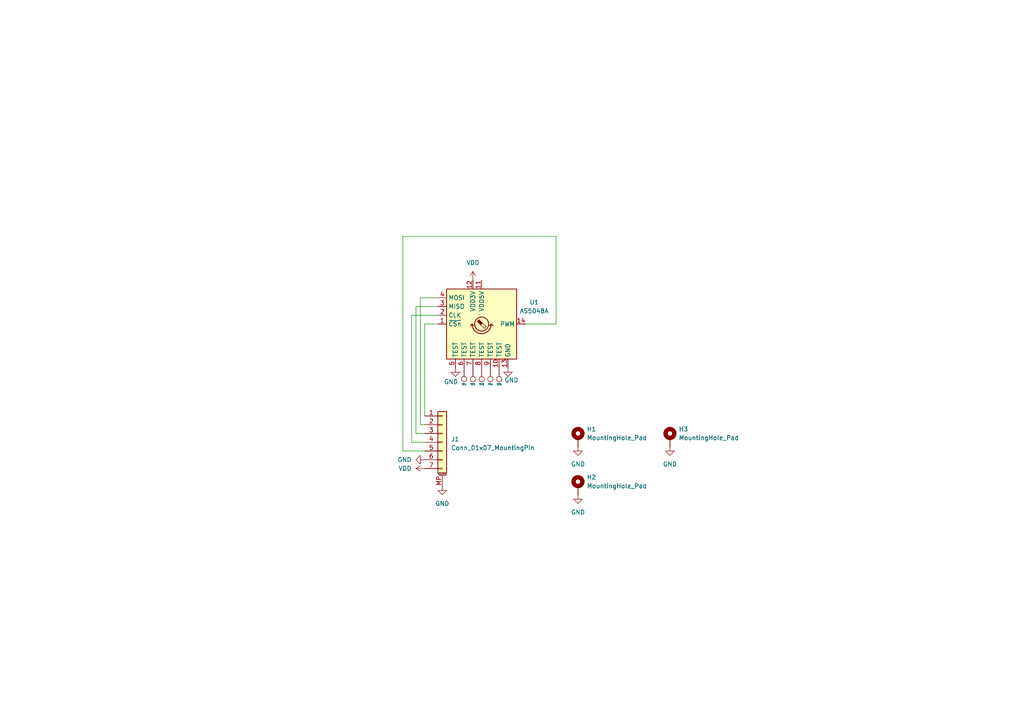
<source format=kicad_sch>
(kicad_sch (version 20231120) (generator "eeschema") (generator_version "8.0")
  (paper "A4")
  (lib_symbols
    (symbol "Connector:TestPoint" (pin_numbers hide) (pin_names (offset 0.762) hide)
      (property "Reference" "TP" (at 0 6.858 0))
      (property "Value" "TestPoint" (at 0 5.08 0))
      (symbol "TestPoint_0_1"
        (circle (center 0 3.302) (radius 0.762))
      )
      (symbol "TestPoint_1_1"
        (pin passive line (at 0 0 90) (length 2.54) (name "1") (number "1"))
      )
    )
    (symbol "Connector_Generic_MountingPin:Conn_01x07_MountingPin" (pin_names (offset 1.016) hide)
      (property "Reference" "J" (at 0 10.16 0))
      (property "Value" "Conn_01x07_MountingPin" (at 1.27 -10.16 0))
      (symbol "Conn_01x07_MountingPin_1_1"
        (rectangle (start -1.27 -7.493) (end 0 -7.747) (stroke (width 0.1524)))
        (rectangle (start -1.27 -4.953) (end 0 -5.207) (stroke (width 0.1524)))
        (rectangle (start -1.27 -2.413) (end 0 -2.667) (stroke (width 0.1524)))
        (rectangle (start -1.27 0.127) (end 0 -0.127) (stroke (width 0.1524)))
        (rectangle (start -1.27 2.667) (end 0 2.413) (stroke (width 0.1524)))
        (rectangle (start -1.27 5.207) (end 0 4.953) (stroke (width 0.1524)))
        (rectangle (start -1.27 7.747) (end 0 7.493) (stroke (width 0.1524)))
        (rectangle (start -1.27 8.89) (end 1.27 -8.89) (stroke (width 0.254)) (fill (type background)))
        (polyline (pts (xy -1.016 -9.652) (xy 1.016 -9.652)) (stroke (width 0.1524)))
        (text "Mounting" (at 0 -9.271 0) (effects (font (size 0.381 0.381))))
        (pin passive line (at -5.08 7.62 0) (length 3.81) (name "Pin_1") (number "1"))
        (pin passive line (at -5.08 5.08 0) (length 3.81) (name "Pin_2") (number "2"))
        (pin passive line (at -5.08 2.54 0) (length 3.81) (name "Pin_3") (number "3"))
        (pin passive line (at -5.08 0 0) (length 3.81) (name "Pin_4") (number "4"))
        (pin passive line (at -5.08 -2.54 0) (length 3.81) (name "Pin_5") (number "5"))
        (pin passive line (at -5.08 -5.08 0) (length 3.81) (name "Pin_6") (number "6"))
        (pin passive line (at -5.08 -7.62 0) (length 3.81) (name "Pin_7") (number "7"))
        (pin passive line (at 0 -12.7 90) (length 3.048) (name "MountPin") (number "MP"))
      )
    )
    (symbol "Mechanical:MountingHole_Pad" (pin_numbers hide) (pin_names (offset 1.016) hide) (exclude_from_sim yes) (in_bom no)
      (property "Reference" "H" (at 0 6.35 0))
      (property "Value" "MountingHole_Pad" (at 0 4.445 0))
      (symbol "MountingHole_Pad_0_1"
        (circle (center 0 1.27) (radius 1.27) (stroke (width 1.27)))
      )
      (symbol "MountingHole_Pad_1_1"
        (pin input line (at 0 -2.54 90) (length 2.54) (name "1") (number "1"))
      )
    )
    (symbol "Sensor_Magnetic:AS5048A"
      (property "Reference" "U" (at -10.16 11.43 0))
      (property "Value" "AS5048A" (at 10.16 11.43 0))
      (symbol "AS5048A_0_1"
        (rectangle (start -10.16 10.16) (end 10.16 -10.16) (stroke (width 0.254)) (fill (type background)))
        (arc (start -2.794 0) (mid 0 -2.7819) (end 2.794 0) (stroke (width 0.254)))
        (polyline (pts (xy -2.794 0) (xy -3.302 -0.508)) (stroke (width 0.254)))
        (polyline (pts (xy -2.794 0) (xy -2.286 -0.508)) (stroke (width 0.254)))
        (polyline (pts (xy 2.794 0) (xy 2.286 -0.508)) (stroke (width 0.254)))
        (polyline (pts (xy 2.794 0) (xy 3.302 -0.508)) (stroke (width 0.254)))
      )
      (symbol "AS5048A_1_1"
        (polyline (pts (xy 0.254 0.254) (xy 1.27 -0.762) (xy 0.762 -1.27) (xy -0.254 -0.254)))
        (polyline (pts (xy -0.762 1.27) (xy 0.254 0.254) (xy -0.254 -0.254) (xy -1.27 0.762) (xy -1.016 1.016) (xy -0.762 1.27) (xy -0.635 1.143)) (fill (type outline)))
        (circle (center 0 0) (radius 2.032) (stroke (width 0.254)))
        (pin input line (at -12.7 0 0) (length 2.54) (name "~{CSn}") (number "1"))
        (pin passive line (at 5.08 -12.7 90) (length 2.54) (name "TEST") (number "10"))
        (pin power_in line (at 0 12.7 270) (length 2.54) (name "VDD5V") (number "11"))
        (pin power_in line (at -2.54 12.7 270) (length 2.54) (name "VDD3V") (number "12"))
        (pin power_in line (at 7.62 -12.7 90) (length 2.54) (name "GND") (number "13"))
        (pin output line (at 12.7 0 180) (length 2.54) (name "PWM") (number "14"))
        (pin input line (at -12.7 2.54 0) (length 2.54) (name "CLK") (number "2"))
        (pin output line (at -12.7 5.08 0) (length 2.54) (name "MISO") (number "3"))
        (pin input line (at -12.7 7.62 0) (length 2.54) (name "MOSI") (number "4"))
        (pin passive line (at -7.62 -12.7 90) (length 2.54) (name "TEST") (number "5"))
        (pin passive line (at -5.08 -12.7 90) (length 2.54) (name "TEST") (number "6"))
        (pin passive line (at -2.54 -12.7 90) (length 2.54) (name "TEST") (number "7"))
        (pin passive line (at 0 -12.7 90) (length 2.54) (name "TEST") (number "8"))
        (pin passive line (at 2.54 -12.7 90) (length 2.54) (name "TEST") (number "9"))
      )
    )
    (symbol "power:GND" (power) (pin_numbers hide) (pin_names (offset 0) hide)
      (property "Value" "GND" (at 0 -3.81 0))
      (symbol "GND_0_1"
        (polyline (pts (xy 0 0) (xy 0 -1.27) (xy 1.27 -1.27) (xy 0 -2.54) (xy -1.27 -1.27) (xy 0 -1.27)))
      )
      (symbol "GND_1_1"
        (pin power_in line (at 0 0 270) (length 0) (name "~") (number "1"))
      )
    )
    (symbol "power:VDD" (power) (pin_numbers hide) (pin_names (offset 0) hide)
      (property "Value" "VDD" (at 0 3.556 0))
      (symbol "VDD_0_1"
        (polyline (pts (xy -0.762 1.27) (xy 0 2.54)))
        (polyline (pts (xy 0 0) (xy 0 2.54)))
        (polyline (pts (xy 0 2.54) (xy 0.762 1.27)))
      )
      (symbol "VDD_1_1"
        (pin power_in line (at 0 0 90) (length 0) (name "~") (number "1"))
      )
    )
  )
  (wire (pts (xy 121.92 86.36) (xy 121.92 123.19)))
  (wire (pts (xy 121.92 123.19) (xy 123.19 123.19)))
  (wire (pts (xy 161.29 68.58) (xy 161.29 93.98)))
  (wire (pts (xy 127 88.9) (xy 120.65 88.9)))
  (wire (pts (xy 161.29 93.98) (xy 152.4 93.98)))
  (wire (pts (xy 116.84 68.58) (xy 161.29 68.58)))
  (wire (pts (xy 123.19 130.81) (xy 116.84 130.81)))
  (wire (pts (xy 120.65 88.9) (xy 120.65 125.73)))
  (wire (pts (xy 116.84 130.81) (xy 116.84 68.58)))
  (wire (pts (xy 123.19 93.98) (xy 123.19 120.65)))
  (wire (pts (xy 127 86.36) (xy 121.92 86.36)))
  (wire (pts (xy 119.38 91.44) (xy 119.38 128.27)))
  (wire (pts (xy 120.65 125.73) (xy 123.19 125.73)))
  (wire (pts (xy 127 93.98) (xy 123.19 93.98)))
  (wire (pts (xy 127 91.44) (xy 119.38 91.44)))
  (wire (pts (xy 119.38 128.27) (xy 123.19 128.27)))
  (symbol (lib_id "power:GND") (at 194.31 129.54 0) (unit 1)
    (property "Reference" "#PWR09" (effects (hide yes)))
    (property "Value" "GND" (at 194.31 134.62 0))
    (property "Description" "Power symbol creates a global label with name \"GND\" , ground" (effects (hide yes)))
  )
  (symbol (lib_id "Connector:TestPoint") (at 134.62 106.68 180) (unit 1)
    (property "Reference" "TP1" (at 133.858 111.506 0) (effects (font (size 0.508 0.508)) (justify right)))
    (property "Value" "TestPoint" (effects (hide yes)))
    (property "Footprint" "TestPoint:TestPoint_Pad_D1.0mm" (effects (hide yes)))
    (property "Description" "test point" (effects (hide yes)))
  )
  (symbol (lib_id "power:VDD") (at 123.19 135.89 90) (unit 1)
    (property "Reference" "#PWR04" (effects (hide yes)))
    (property "Value" "VDD" (at 119.38 135.8899 90) (effects (justify left)))
    (property "Description" "Power symbol creates a global label with name \"VDD\"" (effects (hide yes)))
  )
  (symbol (lib_id "power:VDD") (at 137.16 81.28 0) (unit 1)
    (property "Reference" "#PWR02" (effects (hide yes)))
    (property "Value" "VDD" (at 137.16 76.2 0))
    (property "Description" "Power symbol creates a global label with name \"VDD\"" (effects (hide yes)))
  )
  (symbol (lib_id "Connector_Generic_MountingPin:Conn_01x07_MountingPin") (at 128.27 128.27 0) (unit 1)
    (property "Reference" "J1" (at 130.81 127.3555 0) (effects (justify left)))
    (property "Value" "Conn_01x07_MountingPin" (at 130.81 129.8955 0) (effects (justify left)))
    (property "Footprint" "Connector_JST:JST_SH_SM07B-SRSS-TB_1x07-1MP_P1.00mm_Horizontal" (effects (hide yes)))
    (property "Description" "Generic connectable mounting pin connector, single row, 01x07, script generated (kicad-library-utils/schlib/autogen/connector/)" (effects (hide yes)))
  )
  (symbol (lib_id "power:GND") (at 147.32 106.68 0) (unit 1)
    (property "Reference" "#PWR01" (effects (hide yes)))
    (property "Value" "GND" (at 148.336 110.236 0))
    (property "Description" "Power symbol creates a global label with name \"GND\" , ground" (effects (hide yes)))
  )
  (symbol (lib_id "Connector:TestPoint") (at 137.16 106.68 180) (unit 1)
    (property "Reference" "TP2" (at 136.398 111.506 0) (effects (font (size 0.508 0.508)) (justify right)))
    (property "Value" "TestPoint" (effects (hide yes)))
    (property "Footprint" "TestPoint:TestPoint_Pad_D1.0mm" (effects (hide yes)))
    (property "Description" "test point" (effects (hide yes)))
  )
  (symbol (lib_id "power:GND") (at 167.64 129.54 0) (unit 1)
    (property "Reference" "#PWR07" (effects (hide yes)))
    (property "Value" "GND" (at 167.64 134.62 0))
    (property "Description" "Power symbol creates a global label with name \"GND\" , ground" (effects (hide yes)))
  )
  (symbol (lib_id "Mechanical:MountingHole_Pad") (at 167.64 140.97 0) (unit 1) (exclude_from_sim yes) (in_bom no)
    (property "Reference" "H2" (at 170.18 138.4299 0) (effects (justify left)))
    (property "Value" "MountingHole_Pad" (at 170.18 140.9699 0) (effects (justify left)))
    (property "Footprint" "MountingHole:MountingHole_3.2mm_M3_ISO14580_Pad" (effects (hide yes)))
    (property "Description" "Mounting Hole with connection" (effects (hide yes)))
  )
  (symbol (lib_id "power:GND") (at 167.64 143.51 0) (unit 1)
    (property "Reference" "#PWR08" (effects (hide yes)))
    (property "Value" "GND" (at 167.64 148.59 0))
    (property "Description" "Power symbol creates a global label with name \"GND\" , ground" (effects (hide yes)))
  )
  (symbol (lib_id "Mechanical:MountingHole_Pad") (at 194.31 127 0) (unit 1) (exclude_from_sim yes) (in_bom no)
    (property "Reference" "H3" (at 196.85 124.4599 0) (effects (justify left)))
    (property "Value" "MountingHole_Pad" (at 196.85 126.9999 0) (effects (justify left)))
    (property "Footprint" "MountingHole:MountingHole_3.2mm_M3_ISO14580_Pad" (effects (hide yes)))
    (property "Description" "Mounting Hole with connection" (effects (hide yes)))
  )
  (symbol (lib_id "Mechanical:MountingHole_Pad") (at 167.64 127 0) (unit 1) (exclude_from_sim yes) (in_bom no)
    (property "Reference" "H1" (at 170.18 124.4599 0) (effects (justify left)))
    (property "Value" "MountingHole_Pad" (at 170.18 126.9999 0) (effects (justify left)))
    (property "Footprint" "MountingHole:MountingHole_3.2mm_M3_ISO14580_Pad" (effects (hide yes)))
    (property "Description" "Mounting Hole with connection" (effects (hide yes)))
  )
  (symbol (lib_id "Sensor_Magnetic:AS5048A") (at 139.7 93.98 0) (unit 1)
    (property "Reference" "U1" (at 154.94 87.6614 0))
    (property "Value" "AS5048A" (at 154.94 90.2014 0))
    (property "Footprint" "Package_SO:TSSOP-14_4.4x5mm_P0.65mm" (effects (hide yes)))
    (property "Datasheet" "https://ams.com/documents/20143/36005/AS5048_DS000298_4-00.pdf" (effects (hide yes)))
    (property "Description" "Magnetic position sensor, 14-bit, PWM output, SPI Interface, TSSOP-14" (effects (hide yes)))
  )
  (symbol (lib_id "Connector:TestPoint") (at 142.24 106.68 180) (unit 1)
    (property "Reference" "TP4" (at 141.478 111.506 0) (effects (font (size 0.508 0.508)) (justify right)))
    (property "Value" "TestPoint" (effects (hide yes)))
    (property "Footprint" "TestPoint:TestPoint_Pad_D1.0mm" (effects (hide yes)))
    (property "Description" "test point" (effects (hide yes)))
  )
  (symbol (lib_id "Connector:TestPoint") (at 139.7 106.68 180) (unit 1)
    (property "Reference" "TP3" (at 138.938 111.506 0) (effects (font (size 0.508 0.508)) (justify right)))
    (property "Value" "TestPoint" (effects (hide yes)))
    (property "Footprint" "TestPoint:TestPoint_Pad_D1.0mm" (effects (hide yes)))
    (property "Description" "test point" (effects (hide yes)))
  )
  (symbol (lib_id "power:GND") (at 128.27 140.97 0) (unit 1)
    (property "Reference" "#PWR06" (effects (hide yes)))
    (property "Value" "GND" (at 128.27 146.05 0))
    (property "Description" "Power symbol creates a global label with name \"GND\" , ground" (effects (hide yes)))
  )
  (symbol (lib_id "power:GND") (at 132.08 106.68 0) (unit 1)
    (property "Reference" "#PWR05" (effects (hide yes)))
    (property "Value" "GND" (at 130.81 110.744 0))
    (property "Description" "Power symbol creates a global label with name \"GND\" , ground" (effects (hide yes)))
  )
  (symbol (lib_id "power:GND") (at 123.19 133.35 270) (unit 1)
    (property "Reference" "#PWR03" (effects (hide yes)))
    (property "Value" "GND" (at 119.38 133.3499 90) (effects (justify right)))
    (property "Description" "Power symbol creates a global label with name \"GND\" , ground" (effects (hide yes)))
  )
  (symbol (lib_id "Connector:TestPoint") (at 144.78 106.68 180) (unit 1)
    (property "Reference" "TP5" (at 144.018 111.506 0) (effects (font (size 0.508 0.508)) (justify right)))
    (property "Value" "TestPoint" (effects (hide yes)))
    (property "Footprint" "TestPoint:TestPoint_Pad_D1.0mm" (effects (hide yes)))
    (property "Description" "test point" (effects (hide yes)))
  )
)
</source>
